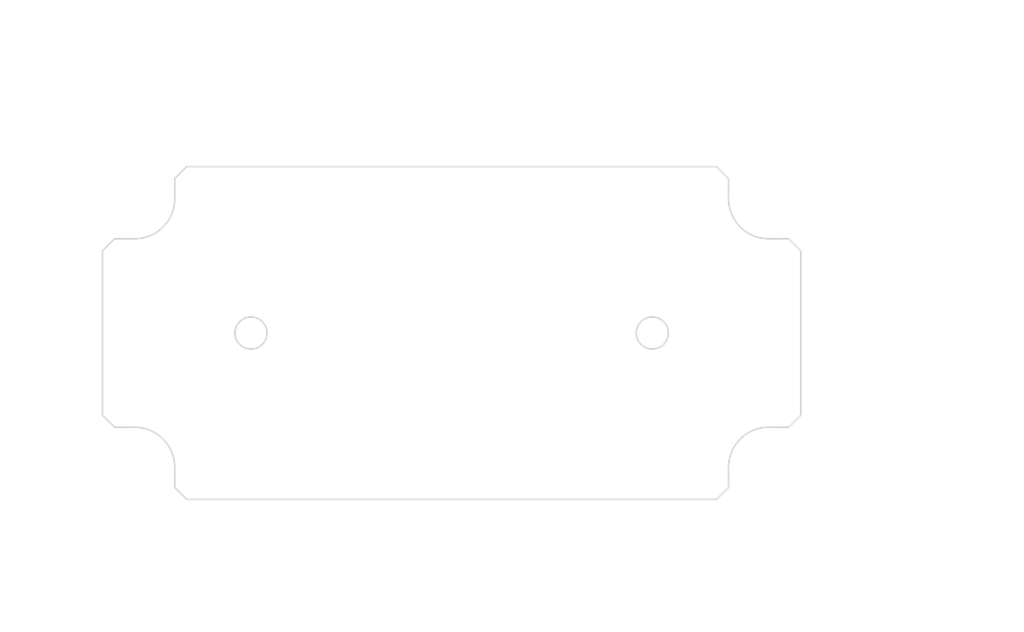
<source format=kicad_pcb>
(kicad_pcb (version 20171130) (host pcbnew "(5.1.0)-1")

  (general
    (thickness 1.6)
    (drawings 70)
    (tracks 0)
    (zones 0)
    (modules 0)
    (nets 1)
  )

  (page A4)
  (layers
    (0 F.Cu signal)
    (31 B.Cu signal)
    (32 B.Adhes user)
    (33 F.Adhes user)
    (34 B.Paste user)
    (35 F.Paste user)
    (36 B.SilkS user)
    (37 F.SilkS user)
    (38 B.Mask user)
    (39 F.Mask user)
    (40 Dwgs.User user)
    (41 Cmts.User user)
    (42 Eco1.User user)
    (43 Eco2.User user)
    (44 Edge.Cuts user)
    (45 Margin user)
    (46 B.CrtYd user)
    (47 F.CrtYd user)
    (48 B.Fab user)
    (49 F.Fab user)
  )

  (setup
    (last_trace_width 0.25)
    (trace_clearance 0.2)
    (zone_clearance 0.508)
    (zone_45_only no)
    (trace_min 0.2)
    (via_size 0.8)
    (via_drill 0.4)
    (via_min_size 0.4)
    (via_min_drill 0.3)
    (uvia_size 0.3)
    (uvia_drill 0.1)
    (uvias_allowed no)
    (uvia_min_size 0.2)
    (uvia_min_drill 0.1)
    (edge_width 0.05)
    (segment_width 0.2)
    (pcb_text_width 0.3)
    (pcb_text_size 1.5 1.5)
    (mod_edge_width 0.12)
    (mod_text_size 1 1)
    (mod_text_width 0.15)
    (pad_size 1.524 1.524)
    (pad_drill 0.762)
    (pad_to_mask_clearance 0.051)
    (solder_mask_min_width 0.25)
    (aux_axis_origin 0 0)
    (visible_elements FFFFFF7F)
    (pcbplotparams
      (layerselection 0x010fc_ffffffff)
      (usegerberextensions false)
      (usegerberattributes false)
      (usegerberadvancedattributes false)
      (creategerberjobfile false)
      (excludeedgelayer true)
      (linewidth 0.152400)
      (plotframeref false)
      (viasonmask false)
      (mode 1)
      (useauxorigin false)
      (hpglpennumber 1)
      (hpglpenspeed 20)
      (hpglpendiameter 15.000000)
      (psnegative false)
      (psa4output false)
      (plotreference true)
      (plotvalue true)
      (plotinvisibletext false)
      (padsonsilk false)
      (subtractmaskfromsilk false)
      (outputformat 1)
      (mirror false)
      (drillshape 1)
      (scaleselection 1)
      (outputdirectory ""))
  )

  (net 0 "")

  (net_class Default "This is the default net class."
    (clearance 0.2)
    (trace_width 0.25)
    (via_dia 0.8)
    (via_drill 0.4)
    (uvia_dia 0.3)
    (uvia_drill 0.1)
  )

  (gr_circle (center 116.411647 104.305123) (end 118.411647 104.305123) (layer Edge.Cuts) (width 0.2))
  (gr_line (start 97.911647 94.055123) (end 99.411647 92.555123) (layer Edge.Cuts) (width 0.2))
  (gr_line (start 106.911647 85.055123) (end 108.411647 83.555123) (layer Edge.Cuts) (width 0.2))
  (gr_line (start 97.911647 94.055123) (end 97.911647 114.555123) (layer Edge.Cuts) (width 0.2))
  (gr_line (start 101.911647 92.555123) (end 99.411647 92.555123) (layer Edge.Cuts) (width 0.2))
  (gr_arc (start 101.911647 87.555123) (end 101.911647 92.555123) (angle -90) (layer Edge.Cuts) (width 0.2))
  (gr_line (start 106.911647 85.055123) (end 106.911647 87.555123) (layer Edge.Cuts) (width 0.2))
  (gr_line (start 174.411647 83.555123) (end 108.411647 83.555123) (layer Edge.Cuts) (width 0.2))
  (gr_circle (center 166.411647 104.305123) (end 168.411647 104.305123) (layer Edge.Cuts) (width 0.2))
  (gr_line (start 174.411647 83.555123) (end 175.911647 85.055123) (layer Edge.Cuts) (width 0.2))
  (gr_line (start 175.911647 85.055123) (end 175.911647 87.555123) (layer Edge.Cuts) (width 0.2))
  (gr_arc (start 180.911647 87.555123) (end 175.911647 87.555123) (angle -90) (layer Edge.Cuts) (width 0.2))
  (gr_line (start 180.911647 92.555123) (end 183.411647 92.555123) (layer Edge.Cuts) (width 0.2))
  (gr_line (start 183.411647 92.555123) (end 184.911647 94.055123) (layer Edge.Cuts) (width 0.2))
  (gr_line (start 184.911647 94.055123) (end 184.911647 114.555123) (layer Edge.Cuts) (width 0.2))
  (gr_line (start 108.411647 125.055123) (end 174.411647 125.055123) (layer Edge.Cuts) (width 0.2))
  (gr_arc (start 101.911647 121.055123) (end 106.911647 121.055123) (angle -90) (layer Edge.Cuts) (width 0.2))
  (gr_line (start 101.911647 116.055123) (end 99.411647 116.055123) (layer Edge.Cuts) (width 0.2))
  (gr_line (start 99.411647 116.055123) (end 97.911647 114.555123) (layer Edge.Cuts) (width 0.2))
  (gr_line (start 106.911647 123.555123) (end 106.911647 121.055123) (layer Edge.Cuts) (width 0.2))
  (gr_line (start 108.411647 125.055123) (end 106.911647 123.555123) (layer Edge.Cuts) (width 0.2))
  (gr_line (start 180.911647 116.055123) (end 183.411647 116.055123) (layer Edge.Cuts) (width 0.2))
  (gr_arc (start 180.911647 121.055123) (end 180.911647 116.055123) (angle -90) (layer Edge.Cuts) (width 0.2))
  (gr_line (start 184.911647 114.555123) (end 183.411647 116.055123) (layer Edge.Cuts) (width 0.2))
  (gr_line (start 175.911647 123.555123) (end 175.911647 121.055123) (layer Edge.Cuts) (width 0.2))
  (gr_line (start 175.911647 123.555123) (end 174.411647 125.055123) (layer Edge.Cuts) (width 0.2))
  (gr_text [R0.20] (at 90.296809 128.220028) (layer Dwgs.User)
    (effects (font (size 1.7 1.53) (thickness 0.2125)))
  )
  (gr_text " R5.00" (at 90.296809 124.662593) (layer Dwgs.User)
    (effects (font (size 1.7 1.53) (thickness 0.2125)))
  )
  (gr_line (start 96.76758 126.330567) (end 104.006053 118.907226) (layer Dwgs.User) (width 0.2))
  (gr_line (start 94.76758 126.330567) (end 96.76758 126.330567) (layer Dwgs.User) (width 0.2))
  (gr_line (start 116.411647 104.395123) (end 116.411647 104.215123) (layer Dwgs.User) (width 0.2))
  (gr_line (start 116.321647 104.305123) (end 116.501647 104.305123) (layer Dwgs.User) (width 0.2))
  (gr_text " ∅4.00\n[∅0.16]" (at 90.260337 113.952858) (layer Dwgs.User)
    (effects (font (size 1.7 1.53) (thickness 0.2125)))
  )
  (gr_line (start 96.797206 113.952858) (end 112.82234 106.070592) (layer Dwgs.User) (width 0.2))
  (gr_line (start 94.797206 113.952858) (end 96.797206 113.952858) (layer Dwgs.User) (width 0.2))
  (gr_text [.73] (at 89.166636 101.6658) (layer Dwgs.User)
    (effects (font (size 1.7 1.53) (thickness 0.2125)))
  )
  (gr_text " 18.50" (at 89.166636 98.108364) (layer Dwgs.User)
    (effects (font (size 1.7 1.53) (thickness 0.2125)))
  )
  (gr_line (start 97.911647 99.776339) (end 93.211247 99.776339) (layer Dwgs.User) (width 0.2))
  (gr_line (start 114.411647 99.776339) (end 99.911647 99.776339) (layer Dwgs.User) (width 0.2))
  (gr_line (start 116.411647 103.305123) (end 116.411647 96.601339) (layer Dwgs.User) (width 0.2))
  (gr_text [1.97] (at 147.411647 140.194584) (layer Dwgs.User)
    (effects (font (size 1.7 1.53) (thickness 0.2125)))
  )
  (gr_text " 50.00" (at 147.411647 136.637149) (layer Dwgs.User)
    (effects (font (size 1.7 1.53) (thickness 0.2125)))
  )
  (gr_line (start 118.411647 138.305123) (end 143.367035 138.305123) (layer Dwgs.User) (width 0.2))
  (gr_line (start 164.411647 138.305123) (end 151.456258 138.305123) (layer Dwgs.User) (width 0.2))
  (gr_line (start 116.411647 105.305123) (end 116.411647 141.480123) (layer Dwgs.User) (width 0.2))
  (gr_line (start 166.411647 105.305123) (end 166.411647 141.480123) (layer Dwgs.User) (width 0.2))
  (gr_text [.93] (at 197.511287 111.963029) (layer Dwgs.User)
    (effects (font (size 1.7 1.53) (thickness 0.2125)))
  )
  (gr_text " 23.50" (at 197.511287 108.405014) (layer Dwgs.User)
    (effects (font (size 1.7 1.53) (thickness 0.2125)))
  )
  (gr_line (start 197.511287 114.055123) (end 197.511287 113.631583) (layer Dwgs.User) (width 0.2))
  (gr_line (start 197.511287 94.555123) (end 197.511287 106.515553) (layer Dwgs.User) (width 0.2))
  (gr_line (start 184.411647 116.055123) (end 200.686287 116.055123) (layer Dwgs.User) (width 0.2))
  (gr_line (start 184.411647 92.555123) (end 200.686287 92.555123) (layer Dwgs.User) (width 0.2))
  (gr_text [2.72] (at 123.411647 78.76116) (layer Dwgs.User)
    (effects (font (size 1.7 1.53) (thickness 0.2125)))
  )
  (gr_text " 69.00" (at 123.411647 75.203725) (layer Dwgs.User)
    (effects (font (size 1.7 1.53) (thickness 0.2125)))
  )
  (gr_line (start 173.911647 76.871699) (end 127.456258 76.871699) (layer Dwgs.User) (width 0.2))
  (gr_line (start 108.911647 76.871699) (end 119.367035 76.871699) (layer Dwgs.User) (width 0.2))
  (gr_line (start 175.911647 84.055123) (end 175.911647 73.696699) (layer Dwgs.User) (width 0.2))
  (gr_line (start 106.911647 84.055123) (end 106.911647 73.696699) (layer Dwgs.User) (width 0.2))
  (gr_text [1.63] (at 208.698733 113.444584) (layer Dwgs.User)
    (effects (font (size 1.7 1.53) (thickness 0.2125)))
  )
  (gr_text " 41.50" (at 208.698733 109.887149) (layer Dwgs.User)
    (effects (font (size 1.7 1.53) (thickness 0.2125)))
  )
  (gr_line (start 208.698733 123.055123) (end 208.698733 115.112559) (layer Dwgs.User) (width 0.2))
  (gr_line (start 208.698733 85.555123) (end 208.698733 107.997688) (layer Dwgs.User) (width 0.2))
  (gr_line (start 175.411647 125.055123) (end 211.873733 125.055123) (layer Dwgs.User) (width 0.2))
  (gr_line (start 175.411647 83.555123) (end 211.873733 83.555123) (layer Dwgs.User) (width 0.2))
  (gr_text [3.43] (at 123.411647 67.944584) (layer Dwgs.User)
    (effects (font (size 1.7 1.53) (thickness 0.2125)))
  )
  (gr_text " 87.00" (at 123.411647 64.387149) (layer Dwgs.User)
    (effects (font (size 1.7 1.53) (thickness 0.2125)))
  )
  (gr_line (start 182.911647 66.055123) (end 127.456258 66.055123) (layer Dwgs.User) (width 0.2))
  (gr_line (start 99.911647 66.055123) (end 119.367035 66.055123) (layer Dwgs.User) (width 0.2))
  (gr_line (start 184.911647 93.055123) (end 184.911647 62.880123) (layer Dwgs.User) (width 0.2))
  (gr_line (start 97.911647 93.055123) (end 97.911647 62.880123) (layer Dwgs.User) (width 0.2))

)

</source>
